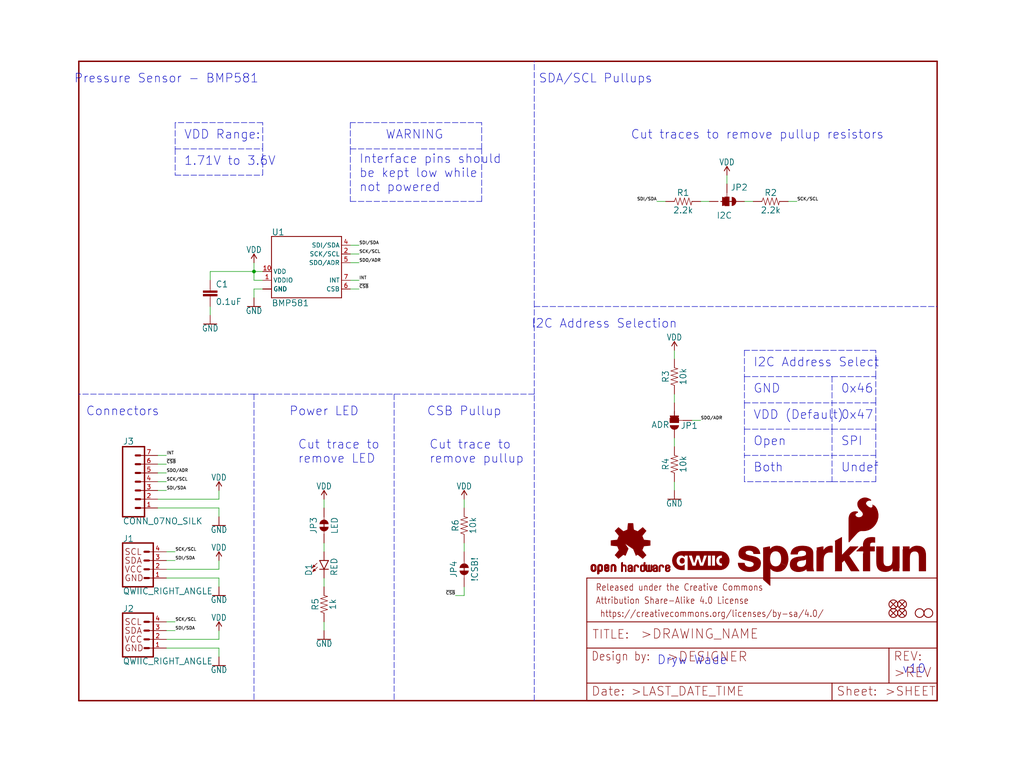
<source format=kicad_sch>
(kicad_sch (version 20211123) (generator eeschema)
  (paper "User" 297.002 223.926)
  (lib_symbols
    (symbol "eagleSchem-eagle-import:0.1UF-0603-25V-(+80{slash}-20%)"
      (property "Reference" "C" (at 1.524 2.921 0))
      (property "Value" "0.1UF-0603-25V-(+80{slash}-20%)" (at 1.524 -2.159 0))
      (symbol "0.1UF-0603-25V-(+80{slash}-20%)_1_0"
        (pin passive line (at 0 5.08 270) (length 2.54) (name "1") (number "1"))
        (pin passive line (at 0 -2.54 90) (length 2.54) (name "2") (number "2"))
      )
    )
    (symbol "eagleSchem-eagle-import:10KOHM-0603-1{slash}10W-1%"
      (property "Reference" "R" (at 0 1.524 0))
      (property "Value" "10KOHM-0603-1{slash}10W-1%" (at 0 -1.524 0))
      (symbol "10KOHM-0603-1{slash}10W-1%_1_0"
        (pin passive line (at -5.08 0 0) (length 2.54) (name "1") (number "1"))
        (pin passive line (at 5.08 0 180) (length 2.54) (name "2") (number "2"))
      )
    )
    (symbol "eagleSchem-eagle-import:1KOHM-0603-1{slash}10W-1%"
      (property "Reference" "R" (at 0 1.524 0))
      (property "Value" "1KOHM-0603-1{slash}10W-1%" (at 0 -1.524 0))
      (symbol "1KOHM-0603-1{slash}10W-1%_1_0"
        (pin passive line (at -5.08 0 0) (length 2.54) (name "1") (number "1"))
        (pin passive line (at 5.08 0 180) (length 2.54) (name "2") (number "2"))
      )
    )
    (symbol "eagleSchem-eagle-import:2.2KOHM-0603-1{slash}10W-1%"
      (property "Reference" "R" (at 0 1.524 0))
      (property "Value" "2.2KOHM-0603-1{slash}10W-1%" (at 0 -1.524 0))
      (symbol "2.2KOHM-0603-1{slash}10W-1%_1_0"
        (pin passive line (at -5.08 0 0) (length 2.54) (name "1") (number "1"))
        (pin passive line (at 5.08 0 180) (length 2.54) (name "2") (number "2"))
      )
    )
    (symbol "eagleSchem-eagle-import:BMP581"
      (property "Reference" "U" (at -10.16 10.414 0))
      (property "Value" "BMP581" (at -10.16 -10.16 0))
      (symbol "BMP581_1_0"
        (pin power_in line (at -12.7 -2.54 0) (length 2.54) (name "VDDIO") (number "1"))
        (pin power_in line (at -12.7 0 0) (length 2.54) (name "VDD") (number "10"))
        (pin bidirectional line (at 12.7 5.08 180) (length 2.54) (name "SCK/SCL") (number "2"))
        (pin power_in line (at -12.7 -5.08 0) (length 2.54) (name "GND") (number "3"))
        (pin bidirectional line (at 12.7 7.62 180) (length 2.54) (name "SDI/SDA") (number "4"))
        (pin bidirectional line (at 12.7 2.54 180) (length 2.54) (name "SDO/ADR") (number "5"))
        (pin input line (at 12.7 -5.08 180) (length 2.54) (name "CSB") (number "6"))
        (pin output line (at 12.7 -2.54 180) (length 2.54) (name "INT") (number "7"))
        (pin power_in line (at -12.7 -5.08 0) (length 2.54) (name "GND") (number "8"))
        (pin power_in line (at -12.7 -5.08 0) (length 2.54) (name "GND") (number "9"))
      )
    )
    (symbol "eagleSchem-eagle-import:CONN_07NO_SILK"
      (property "Reference" "J" (at -5.08 13.208 0))
      (property "Value" "CONN_07NO_SILK" (at -5.08 -9.906 0))
      (symbol "CONN_07NO_SILK_1_0"
        (pin passive line (at 5.08 -5.08 180) (length 5.08) (name "1") (number "1"))
        (pin passive line (at 5.08 -2.54 180) (length 5.08) (name "2") (number "2"))
        (pin passive line (at 5.08 0 180) (length 5.08) (name "3") (number "3"))
        (pin passive line (at 5.08 2.54 180) (length 5.08) (name "4") (number "4"))
        (pin passive line (at 5.08 5.08 180) (length 5.08) (name "5") (number "5"))
        (pin passive line (at 5.08 7.62 180) (length 5.08) (name "6") (number "6"))
        (pin passive line (at 5.08 10.16 180) (length 5.08) (name "7") (number "7"))
      )
    )
    (symbol "eagleSchem-eagle-import:FIDUCIAL1X2")
    (symbol "eagleSchem-eagle-import:FRAME-LETTER"
      (symbol "FRAME-LETTER_2_0"
        (text " https://creativecommons.org/licenses/by-sa/4.0/" (at 2.54 24.13 0) (effects (font (size 1.9304 1.6408)) (justify left bottom)))
        (text ">DESIGNER" (at 23.114 11.176 0) (effects (font (size 2.7432 2.7432)) (justify left bottom)))
        (text ">DRAWING_NAME" (at 15.494 17.78 0) (effects (font (size 2.7432 2.7432)) (justify left bottom)))
        (text ">LAST_DATE_TIME" (at 12.7 1.27 0) (effects (font (size 2.54 2.54)) (justify left bottom)))
        (text ">REV" (at 88.9 6.604 0) (effects (font (size 2.7432 2.7432)) (justify left bottom)))
        (text ">SHEET" (at 86.36 1.27 0) (effects (font (size 2.54 2.54)) (justify left bottom)))
        (text "Attribution Share-Alike 4.0 License" (at 2.54 27.94 0) (effects (font (size 1.9304 1.6408)) (justify left bottom)))
        (text "Date:" (at 1.27 1.27 0) (effects (font (size 2.54 2.54)) (justify left bottom)))
        (text "Design by:" (at 1.27 11.43 0) (effects (font (size 2.54 2.159)) (justify left bottom)))
        (text "Released under the Creative Commons" (at 2.54 31.75 0) (effects (font (size 1.9304 1.6408)) (justify left bottom)))
        (text "REV:" (at 88.9 11.43 0) (effects (font (size 2.54 2.54)) (justify left bottom)))
        (text "Sheet:" (at 72.39 1.27 0) (effects (font (size 2.54 2.54)) (justify left bottom)))
        (text "TITLE:" (at 1.524 17.78 0) (effects (font (size 2.54 2.54)) (justify left bottom)))
      )
    )
    (symbol "eagleSchem-eagle-import:GND" (power)
      (property "Value" "GND" (at 0 -0.254 0))
      (symbol "GND_1_0"
        (pin power_in line (at 0 2.54 270) (length 2.54) (name "GND") (number "1"))
      )
    )
    (symbol "eagleSchem-eagle-import:JUMPER-SMT_2_NC_TRACE_SILK"
      (property "Reference" "JP" (at 0 3.048 0))
      (property "Value" "JUMPER-SMT_2_NC_TRACE_SILK" (at 0 -3.048 0))
      (symbol "JUMPER-SMT_2_NC_TRACE_SILK_1_0"
        (pin passive line (at -5.08 0 0) (length 2.54) (name "1") (number "1"))
        (pin passive line (at 5.08 0 180) (length 2.54) (name "2") (number "2"))
      )
    )
    (symbol "eagleSchem-eagle-import:JUMPER-SMT_3_1-NC_TRACE_SILK"
      (property "Reference" "JP" (at 5.842 1.524 0))
      (property "Value" "JUMPER-SMT_3_1-NC_TRACE_SILK" (at 6.604 -1.27 0))
      (symbol "JUMPER-SMT_3_1-NC_TRACE_SILK_1_0"
        (pin passive line (at 0 5.08 270) (length 2.54) (name "1") (number "1"))
        (pin passive line (at -5.08 0 0) (length 2.54) (name "2") (number "2"))
        (pin passive line (at 0 -5.08 90) (length 2.54) (name "3") (number "3"))
      )
    )
    (symbol "eagleSchem-eagle-import:JUMPER-SMT_3_2-NC_TRACE_SILK"
      (property "Reference" "JP" (at 6.096 1.524 0))
      (property "Value" "JUMPER-SMT_3_2-NC_TRACE_SILK" (at 6.858 -1.524 0))
      (symbol "JUMPER-SMT_3_2-NC_TRACE_SILK_1_0"
        (pin passive line (at 0 5.08 270) (length 2.54) (name "1") (number "1"))
        (pin passive line (at -5.08 0 0) (length 2.54) (name "2") (number "2"))
        (pin passive line (at 0 -5.08 90) (length 2.54) (name "3") (number "3"))
      )
    )
    (symbol "eagleSchem-eagle-import:LED-RED0603"
      (property "Reference" "D" (at -3.429 -4.572 90))
      (property "Value" "LED-RED0603" (at 1.905 -4.572 90))
      (symbol "LED-RED0603_1_0"
        (pin passive line (at 0 2.54 270) (length 2.54) (name "A") (number "A"))
        (pin passive line (at 0 -5.08 90) (length 2.54) (name "C") (number "C"))
      )
    )
    (symbol "eagleSchem-eagle-import:OSHW-LOGOS")
    (symbol "eagleSchem-eagle-import:QWIIC_CONNECTORJS-1MM"
      (property "Reference" "J" (at -5.08 7.874 0))
      (property "Value" "QWIIC_CONNECTORJS-1MM" (at -5.08 -5.334 0))
      (symbol "QWIIC_CONNECTORJS-1MM_1_0"
        (text "GND" (at -4.572 -2.54 0) (effects (font (size 1.778 1.778)) (justify left)))
        (text "SCL" (at -4.572 5.08 0) (effects (font (size 1.778 1.778)) (justify left)))
        (text "SDA" (at -4.572 2.54 0) (effects (font (size 1.778 1.778)) (justify left)))
        (text "VCC" (at -4.572 0 0) (effects (font (size 1.778 1.778)) (justify left)))
        (pin power_in line (at 7.62 -2.54 180) (length 5.08) (name "1") (number "1"))
        (pin power_in line (at 7.62 0 180) (length 5.08) (name "2") (number "2"))
        (pin passive line (at 7.62 2.54 180) (length 5.08) (name "3") (number "3"))
        (pin passive line (at 7.62 5.08 180) (length 5.08) (name "4") (number "4"))
      )
    )
    (symbol "eagleSchem-eagle-import:QWIIC_LOGO_5MM")
    (symbol "eagleSchem-eagle-import:SFE_LOGO_FLAME.2_INCH")
    (symbol "eagleSchem-eagle-import:SFE_LOGO_NAME_FLAME.1_INCH")
    (symbol "eagleSchem-eagle-import:STAND-OFF")
    (symbol "eagleSchem-eagle-import:VDD" (power)
      (property "Value" "VDD" (at 0 2.794 0))
      (symbol "VDD_1_0"
        (pin power_in line (at 0 0 90) (length 2.54) (name "VDD") (number "1"))
      )
    )
  )
  (junction (at 73.66 78.74))
  (wire (pts (xy 60.96 81.28) (xy 60.96 78.74)))
  (wire (pts (xy 195.58 104.14) (xy 195.58 101.6)))
  (polyline (pts (xy 76.2 35.56) (xy 50.8 35.56)))
  (wire (pts (xy 48.26 162.56) (xy 50.8 162.56)))
  (polyline (pts (xy 154.94 88.9) (xy 154.94 17.78)))
  (wire (pts (xy 76.2 81.28) (xy 73.66 81.28)))
  (wire (pts (xy 45.72 134.62) (xy 48.26 134.62)))
  (wire (pts (xy 73.66 83.82) (xy 73.66 86.36)))
  (wire (pts (xy 101.6 71.12) (xy 104.14 71.12)))
  (wire (pts (xy 73.66 78.74) (xy 73.66 76.2)))
  (wire (pts (xy 63.5 144.78) (xy 63.5 142.24)))
  (polyline (pts (xy 215.9 116.84) (xy 215.9 124.46)))
  (wire (pts (xy 48.26 180.34) (xy 50.8 180.34)))
  (wire (pts (xy 48.26 185.42) (xy 63.5 185.42)))
  (wire (pts (xy 45.72 137.16) (xy 48.26 137.16)))
  (polyline (pts (xy 139.7 35.56) (xy 101.6 35.56)))
  (polyline (pts (xy 215.9 109.22) (xy 241.3 109.22)))
  (polyline (pts (xy 241.3 109.22) (xy 254 109.22)))
  (wire (pts (xy 210.82 53.34) (xy 210.82 50.8)))
  (polyline (pts (xy 101.6 43.18) (xy 139.7 43.18)))
  (wire (pts (xy 93.98 167.64) (xy 93.98 170.18)))
  (polyline (pts (xy 254 132.08) (xy 254 124.46)))
  (wire (pts (xy 63.5 167.64) (xy 63.5 170.18)))
  (polyline (pts (xy 76.2 43.18) (xy 76.2 35.56)))
  (wire (pts (xy 134.62 172.72) (xy 134.62 170.18)))
  (polyline (pts (xy 154.94 203.2) (xy 154.94 114.3)))
  (polyline (pts (xy 254 124.46) (xy 254 116.84)))
  (wire (pts (xy 48.26 165.1) (xy 63.5 165.1)))
  (polyline (pts (xy 215.9 101.6) (xy 215.9 109.22)))
  (polyline (pts (xy 101.6 43.18) (xy 101.6 58.42)))
  (wire (pts (xy 63.5 185.42) (xy 63.5 182.88)))
  (polyline (pts (xy 215.9 116.84) (xy 254 116.84)))
  (polyline (pts (xy 241.3 124.46) (xy 254 124.46)))
  (wire (pts (xy 63.5 187.96) (xy 63.5 190.5)))
  (polyline (pts (xy 215.9 132.08) (xy 254 132.08)))
  (polyline (pts (xy 50.8 43.18) (xy 50.8 50.8)))
  (wire (pts (xy 93.98 147.32) (xy 93.98 144.78)))
  (polyline (pts (xy 215.9 124.46) (xy 241.3 124.46)))
  (wire (pts (xy 134.62 172.72) (xy 132.08 172.72)))
  (polyline (pts (xy 76.2 50.8) (xy 76.2 43.18)))
  (wire (pts (xy 48.26 187.96) (xy 63.5 187.96)))
  (polyline (pts (xy 139.7 43.18) (xy 139.7 35.56)))
  (wire (pts (xy 63.5 147.32) (xy 63.5 149.86)))
  (polyline (pts (xy 254 109.22) (xy 254 101.6)))
  (polyline (pts (xy 139.7 58.42) (xy 139.7 43.18)))
  (polyline (pts (xy 215.9 139.7) (xy 215.9 132.08)))
  (polyline (pts (xy 241.3 139.7) (xy 215.9 139.7)))
  (wire (pts (xy 45.72 144.78) (xy 63.5 144.78)))
  (wire (pts (xy 228.6 58.42) (xy 231.14 58.42)))
  (polyline (pts (xy 241.3 139.7) (xy 254 139.7)))
  (wire (pts (xy 101.6 76.2) (xy 104.14 76.2)))
  (polyline (pts (xy 154.94 88.9) (xy 271.78 88.9)))
  (polyline (pts (xy 101.6 35.56) (xy 101.6 43.18)))
  (wire (pts (xy 134.62 147.32) (xy 134.62 144.78)))
  (wire (pts (xy 134.62 160.02) (xy 134.62 157.48)))
  (wire (pts (xy 195.58 127) (xy 195.58 129.54)))
  (wire (pts (xy 45.72 142.24) (xy 48.26 142.24)))
  (polyline (pts (xy 254 139.7) (xy 254 132.08)))
  (polyline (pts (xy 101.6 58.42) (xy 139.7 58.42)))
  (wire (pts (xy 101.6 81.28) (xy 104.14 81.28)))
  (polyline (pts (xy 73.66 114.3) (xy 22.86 114.3)))
  (wire (pts (xy 76.2 83.82) (xy 73.66 83.82)))
  (wire (pts (xy 63.5 165.1) (xy 63.5 162.56)))
  (wire (pts (xy 45.72 139.7) (xy 48.26 139.7)))
  (polyline (pts (xy 215.9 124.46) (xy 215.9 132.08)))
  (wire (pts (xy 45.72 147.32) (xy 63.5 147.32)))
  (polyline (pts (xy 241.3 124.46) (xy 241.3 139.7)))
  (wire (pts (xy 190.5 58.42) (xy 193.04 58.42)))
  (polyline (pts (xy 254 101.6) (xy 215.9 101.6)))
  (polyline (pts (xy 154.94 114.3) (xy 73.66 114.3)))
  (wire (pts (xy 76.2 78.74) (xy 73.66 78.74)))
  (polyline (pts (xy 50.8 43.18) (xy 76.2 43.18)))
  (wire (pts (xy 60.96 78.74) (xy 73.66 78.74)))
  (polyline (pts (xy 241.3 109.22) (xy 241.3 124.46)))
  (polyline (pts (xy 154.94 114.3) (xy 154.94 88.9)))
  (wire (pts (xy 200.66 121.92) (xy 203.2 121.92)))
  (wire (pts (xy 93.98 182.88) (xy 93.98 180.34)))
  (wire (pts (xy 101.6 73.66) (xy 104.14 73.66)))
  (wire (pts (xy 101.6 83.82) (xy 104.14 83.82)))
  (polyline (pts (xy 114.3 114.3) (xy 114.3 203.2)))
  (wire (pts (xy 60.96 91.44) (xy 60.96 88.9)))
  (wire (pts (xy 48.26 167.64) (xy 63.5 167.64)))
  (wire (pts (xy 48.26 160.02) (xy 50.8 160.02)))
  (wire (pts (xy 48.26 182.88) (xy 50.8 182.88)))
  (wire (pts (xy 45.72 132.08) (xy 48.26 132.08)))
  (polyline (pts (xy 254 116.84) (xy 254 109.22)))
  (wire (pts (xy 195.58 142.24) (xy 195.58 139.7)))
  (wire (pts (xy 73.66 81.28) (xy 73.66 78.74)))
  (polyline (pts (xy 50.8 50.8) (xy 76.2 50.8)))
  (wire (pts (xy 195.58 116.84) (xy 195.58 114.3)))
  (polyline (pts (xy 73.66 114.3) (xy 73.66 203.2)))
  (polyline (pts (xy 215.9 109.22) (xy 215.9 116.84)))
  (polyline (pts (xy 50.8 35.56) (xy 50.8 43.18)))
  (wire (pts (xy 205.74 58.42) (xy 203.2 58.42)))
  (wire (pts (xy 218.44 58.42) (xy 215.9 58.42)))
  (wire (pts (xy 93.98 157.48) (xy 93.98 160.02)))
  (text "v10" (at 261.62 195.58 180) (effects (font (size 2.54 2.54)) (justify left bottom)))
  (text "1.71V to 3.6V" (at 53.34 48.26 180) (effects (font (size 2.54 2.54)) (justify left bottom)))
  (text "WARNING" (at 111.76 40.64 180) (effects (font (size 2.54 2.54)) (justify left bottom)))
  (text "I2C Address Select" (at 218.44 106.68 180) (effects (font (size 2.54 2.54)) (justify left bottom)))
  (text "0x46" (at 243.84 114.3 180) (effects (font (size 2.54 2.54)) (justify left bottom)))
  (text "Pressure Sensor - BMP581" (at 48.26 22.86 180) (effects (font (size 2.54 2.54))))
  (text "SDA/SCL Pullups" (at 172.72 22.86 180) (effects (font (size 2.54 2.54))))
  (text "I2C Address Selection" (at 175.26 93.98 180) (effects (font (size 2.54 2.54))))
  (text "Connectors" (at 35.56 119.38 180) (effects (font (size 2.54 2.54))))
  (text "0x47" (at 243.84 121.92 180) (effects (font (size 2.54 2.54)) (justify left bottom)))
  (text "Power LED" (at 93.98 119.38 180) (effects (font (size 2.54 2.54))))
  (text "Open" (at 218.44 129.54 180) (effects (font (size 2.54 2.54)) (justify left bottom)))
  (text "GND" (at 218.44 114.3 180) (effects (font (size 2.54 2.54)) (justify left bottom)))
  (text "VDD (Default)" (at 218.44 121.92 180) (effects (font (size 2.54 2.54)) (justify left bottom)))
  (text "Dryw Wade" (at 190.5 193.04 180) (effects (font (size 2.54 2.54)) (justify left bottom)))
  (text "Cut trace to\nremove pullup" (at 124.46 134.62 180) (effects (font (size 2.54 2.54)) (justify left bottom)))
  (text "SPI" (at 243.84 129.54 180) (effects (font (size 2.54 2.54)) (justify left bottom)))
  (text "CSB Pullup" (at 134.62 119.38 180) (effects (font (size 2.54 2.54))))
  (text "VDD Range:" (at 53.34 40.64 180) (effects (font (size 2.54 2.54)) (justify left bottom)))
  (text "Cut traces to remove pullup resistors" (at 182.88 40.64 180) (effects (font (size 2.54 2.54)) (justify left bottom)))
  (text "Undef" (at 243.84 137.16 180) (effects (font (size 2.54 2.54)) (justify left bottom)))
  (text "Cut trace to\nremove LED" (at 86.36 134.62 180) (effects (font (size 2.54 2.54)) (justify left bottom)))
  (text "Interface pins should\nbe kept low while\nnot powered~{}" (at 104.14 55.88 0) (effects (font (size 2.54 2.54)) (justify left bottom)))
  (text "Both" (at 218.44 137.16 180) (effects (font (size 2.54 2.54)) (justify left bottom)))
  (label "~{CSB}" (at 48.26 134.62 0) (effects (font (size 0.889 0.889))))
  (label "SCK/SCL" (at 50.8 180.34 0) (effects (font (size 0.889 0.889))))
  (label "INT" (at 48.26 132.08 0) (effects (font (size 0.889 0.889))))
  (label "INT" (at 104.14 81.28 0) (effects (font (size 0.889 0.889))))
  (label "SDI/SDA" (at 50.8 162.56 0) (effects (font (size 0.889 0.889))))
  (label "SCK/SCL" (at 104.14 73.66 0) (effects (font (size 0.889 0.889))))
  (label "SDI/SDA" (at 48.26 142.24 0) (effects (font (size 0.889 0.889))))
  (label "SDI/SDA" (at 50.8 182.88 0) (effects (font (size 0.889 0.889))))
  (label "SCK/SCL" (at 48.26 139.7 0) (effects (font (size 0.889 0.889))))
  (label "SCK/SCL" (at 50.8 160.02 0) (effects (font (size 0.889 0.889))))
  (label "~{CSB}" (at 104.14 83.82 0) (effects (font (size 0.889 0.889))))
  (label "SCK/SCL" (at 231.14 58.42 0) (effects (font (size 0.889 0.889))))
  (label "SDO/ADR" (at 104.14 76.2 0) (effects (font (size 0.889 0.889))))
  (label "SDO/ADR" (at 48.26 137.16 0) (effects (font (size 0.889 0.889))))
  (label "SDI/SDA" (at 104.14 71.12 0) (effects (font (size 0.889 0.889))))
  (label "SDI/SDA" (at 190.5 58.42 180) (effects (font (size 0.889 0.889))))
  (label "~{CSB}" (at 132.08 172.72 180) (effects (font (size 0.889 0.889))))
  (label "SDO/ADR" (at 203.2 121.92 0) (effects (font (size 0.889 0.889))))
  (symbol (lib_id "eagleSchem-eagle-import:VDD") (at 63.5 162.56 0) (unit 1)
    (property "Reference" "#SUPPLY2" (effects hide))
    (property "Value" "VDD" (at 63.5 159.766 0) (effects (font (size 1.778 1.5113)) (justify bottom)))
    (property "Footprint" "eagleSchem:" (effects hide))
  )
  (symbol (lib_id "eagleSchem-eagle-import:SFE_LOGO_FLAME.2_INCH") (at 245.872 157.734 0) (unit 1)
    (property "Reference" "LOGO2" (effects hide))
    (property "Value" "SFE_LOGO_FLAME.2_INCH" (effects hide))
    (property "Footprint" "eagleSchem:SFE_LOGO_FLAME_.2" (effects hide))
  )
  (symbol (lib_id "eagleSchem-eagle-import:QWIIC_LOGO_5MM") (at 203.2 162.56 0) (unit 1)
    (property "Reference" "LOGO3" (effects hide))
    (property "Value" "QWIIC_LOGO_5MM" (effects hide))
    (property "Footprint" "eagleSchem:QWIIC_5MM" (effects hide))
  )
  (symbol (lib_id "eagleSchem-eagle-import:GND") (at 195.58 144.78 0) (unit 1)
    (property "Reference" "#GND6" (effects hide))
    (property "Value" "GND" (at 195.58 145.034 0) (effects (font (size 1.778 1.5113)) (justify top)))
    (property "Footprint" "eagleSchem:" (effects hide))
  )
  (symbol (lib_id "eagleSchem-eagle-import:VDD") (at 63.5 142.24 0) (unit 1)
    (property "Reference" "#SUPPLY6" (effects hide))
    (property "Value" "VDD" (at 63.5 139.446 0) (effects (font (size 1.778 1.5113)) (justify bottom)))
    (property "Footprint" "eagleSchem:" (effects hide))
  )
  (symbol (lib_id "eagleSchem-eagle-import:SFE_LOGO_NAME_FLAME.1_INCH") (at 213.36 170.18 0) (unit 1)
    (property "Reference" "LOGO4" (effects hide))
    (property "Value" "SFE_LOGO_NAME_FLAME.1_INCH" (effects hide))
    (property "Footprint" "eagleSchem:SFE_LOGO_NAME_FLAME_.1" (effects hide))
  )
  (symbol (lib_id "eagleSchem-eagle-import:GND") (at 60.96 93.98 0) (unit 1)
    (property "Reference" "#GND4" (effects hide))
    (property "Value" "GND" (at 60.96 94.234 0) (effects (font (size 1.778 1.5113)) (justify top)))
    (property "Footprint" "eagleSchem:" (effects hide))
  )
  (symbol (lib_id "eagleSchem-eagle-import:LED-RED0603") (at 93.98 162.56 0) (unit 1)
    (property "Reference" "D1" (at 90.551 167.132 90) (effects (font (size 1.778 1.778)) (justify left bottom)))
    (property "Value" "RED" (at 95.885 167.132 90) (effects (font (size 1.778 1.778)) (justify left top)))
    (property "Footprint" "eagleSchem:LED-0603" (effects hide))
  )
  (symbol (lib_id "eagleSchem-eagle-import:VDD") (at 63.5 182.88 0) (unit 1)
    (property "Reference" "#SUPPLY3" (effects hide))
    (property "Value" "VDD" (at 63.5 180.086 0) (effects (font (size 1.778 1.5113)) (justify bottom)))
    (property "Footprint" "eagleSchem:" (effects hide))
  )
  (symbol (lib_id "eagleSchem-eagle-import:JUMPER-SMT_3_2-NC_TRACE_SILK") (at 210.82 58.42 270) (unit 1)
    (property "Reference" "JP2" (at 214.376 54.356 90) (effects (font (size 1.778 1.778))))
    (property "Value" "I2C" (at 210.058 62.484 90) (effects (font (size 1.778 1.778))))
    (property "Footprint" "eagleSchem:SMT-JUMPER_3_2-NC_TRACE_SILK" (effects hide))
  )
  (symbol (lib_id "eagleSchem-eagle-import:FRAME-LETTER") (at 170.18 203.2 0) (unit 2)
    (property "Reference" "FRAME1" (effects hide))
    (property "Value" "FRAME-LETTER" (effects hide))
    (property "Footprint" "eagleSchem:CREATIVE_COMMONS" (effects hide))
  )
  (symbol (lib_id "eagleSchem-eagle-import:GND") (at 93.98 185.42 0) (unit 1)
    (property "Reference" "#GND7" (effects hide))
    (property "Value" "GND" (at 93.98 185.674 0) (effects (font (size 1.778 1.5113)) (justify top)))
    (property "Footprint" "eagleSchem:" (effects hide))
  )
  (symbol (lib_id "eagleSchem-eagle-import:GND") (at 63.5 152.4 0) (unit 1)
    (property "Reference" "#GND5" (effects hide))
    (property "Value" "GND" (at 63.5 152.654 0) (effects (font (size 1.778 1.5113)) (justify top)))
    (property "Footprint" "eagleSchem:" (effects hide))
  )
  (symbol (lib_id "eagleSchem-eagle-import:QWIIC_CONNECTORJS-1MM") (at 40.64 165.1 0) (unit 1)
    (property "Reference" "J1" (at 35.56 157.226 0) (effects (font (size 1.778 1.778)) (justify left bottom)))
    (property "Value" "QWIIC_RIGHT_ANGLE" (at 35.56 170.434 0) (effects (font (size 1.778 1.778)) (justify left top)))
    (property "Footprint" "eagleSchem:JST04_1MM_RA" (effects hide))
  )
  (symbol (lib_id "eagleSchem-eagle-import:10KOHM-0603-1{slash}10W-1%") (at 134.62 152.4 90) (unit 1)
    (property "Reference" "R6" (at 133.096 152.4 0) (effects (font (size 1.778 1.778)) (justify bottom)))
    (property "Value" "10k" (at 136.144 152.4 0) (effects (font (size 1.778 1.778)) (justify top)))
    (property "Footprint" "eagleSchem:0603" (effects hide))
  )
  (symbol (lib_id "eagleSchem-eagle-import:FIDUCIAL1X2") (at 261.62 177.8 0) (unit 1)
    (property "Reference" "FD1" (effects hide))
    (property "Value" "FIDUCIAL1X2" (effects hide))
    (property "Footprint" "eagleSchem:FIDUCIAL-1X2" (effects hide))
  )
  (symbol (lib_id "eagleSchem-eagle-import:GND") (at 63.5 172.72 0) (unit 1)
    (property "Reference" "#GND2" (effects hide))
    (property "Value" "GND" (at 63.5 172.974 0) (effects (font (size 1.778 1.5113)) (justify top)))
    (property "Footprint" "eagleSchem:" (effects hide))
  )
  (symbol (lib_id "eagleSchem-eagle-import:1KOHM-0603-1{slash}10W-1%") (at 93.98 175.26 90) (unit 1)
    (property "Reference" "R5" (at 92.456 175.26 0) (effects (font (size 1.778 1.778)) (justify bottom)))
    (property "Value" "1k" (at 95.504 175.26 0) (effects (font (size 1.778 1.778)) (justify top)))
    (property "Footprint" "eagleSchem:0603" (effects hide))
  )
  (symbol (lib_id "eagleSchem-eagle-import:10KOHM-0603-1{slash}10W-1%") (at 195.58 109.22 90) (unit 1)
    (property "Reference" "R3" (at 194.056 109.22 0) (effects (font (size 1.778 1.778)) (justify bottom)))
    (property "Value" "10k" (at 197.104 109.22 0) (effects (font (size 1.778 1.778)) (justify top)))
    (property "Footprint" "eagleSchem:0603" (effects hide))
  )
  (symbol (lib_id "eagleSchem-eagle-import:GND") (at 73.66 88.9 0) (unit 1)
    (property "Reference" "#GND1" (effects hide))
    (property "Value" "GND" (at 73.66 89.154 0) (effects (font (size 1.778 1.5113)) (justify top)))
    (property "Footprint" "eagleSchem:" (effects hide))
  )
  (symbol (lib_id "eagleSchem-eagle-import:FRAME-LETTER") (at 22.86 203.2 0) (unit 1)
    (property "Reference" "FRAME1" (effects hide))
    (property "Value" "FRAME-LETTER" (effects hide))
    (property "Footprint" "eagleSchem:CREATIVE_COMMONS" (effects hide))
  )
  (symbol (lib_id "eagleSchem-eagle-import:VDD") (at 210.82 50.8 0) (unit 1)
    (property "Reference" "#SUPPLY5" (effects hide))
    (property "Value" "VDD" (at 210.82 48.006 0) (effects (font (size 1.778 1.5113)) (justify bottom)))
    (property "Footprint" "eagleSchem:" (effects hide))
  )
  (symbol (lib_id "eagleSchem-eagle-import:FIDUCIAL1X2") (at 259.08 175.26 0) (unit 1)
    (property "Reference" "FD3" (effects hide))
    (property "Value" "FIDUCIAL1X2" (effects hide))
    (property "Footprint" "eagleSchem:FIDUCIAL-1X2" (effects hide))
  )
  (symbol (lib_id "eagleSchem-eagle-import:QWIIC_CONNECTORJS-1MM") (at 40.64 185.42 0) (unit 1)
    (property "Reference" "J2" (at 35.56 177.546 0) (effects (font (size 1.778 1.778)) (justify left bottom)))
    (property "Value" "QWIIC_RIGHT_ANGLE" (at 35.56 190.754 0) (effects (font (size 1.778 1.778)) (justify left top)))
    (property "Footprint" "eagleSchem:JST04_1MM_RA" (effects hide))
  )
  (symbol (lib_id "eagleSchem-eagle-import:STAND-OFF") (at 266.7 177.8 0) (unit 1)
    (property "Reference" "H2" (effects hide))
    (property "Value" "STAND-OFF" (effects hide))
    (property "Footprint" "eagleSchem:STAND-OFF" (effects hide))
  )
  (symbol (lib_id "eagleSchem-eagle-import:JUMPER-SMT_3_1-NC_TRACE_SILK") (at 195.58 121.92 180) (unit 1)
    (property "Reference" "JP1" (at 199.898 123.444 0) (effects (font (size 1.778 1.778))))
    (property "Value" "ADR" (at 191.516 123.19 0) (effects (font (size 1.778 1.778))))
    (property "Footprint" "eagleSchem:SMT-JUMPER_3_1-NC_TRACE_SILK" (effects hide))
  )
  (symbol (lib_id "eagleSchem-eagle-import:JUMPER-SMT_2_NC_TRACE_SILK") (at 93.98 152.4 90) (unit 1)
    (property "Reference" "JP3" (at 90.932 152.4 0) (effects (font (size 1.778 1.778))))
    (property "Value" "LED" (at 97.028 152.4 0) (effects (font (size 1.778 1.778))))
    (property "Footprint" "eagleSchem:SMT-JUMPER_2_NC_TRACE_SILK" (effects hide))
  )
  (symbol (lib_id "eagleSchem-eagle-import:OSHW-LOGOS") (at 182.88 157.48 0) (unit 1)
    (property "Reference" "LOGO1" (effects hide))
    (property "Value" "OSHW-LOGOS" (effects hide))
    (property "Footprint" "eagleSchem:OSHW-LOGO-S" (effects hide))
  )
  (symbol (lib_id "eagleSchem-eagle-import:GND") (at 63.5 193.04 0) (unit 1)
    (property "Reference" "#GND3" (effects hide))
    (property "Value" "GND" (at 63.5 193.294 0) (effects (font (size 1.778 1.5113)) (justify top)))
    (property "Footprint" "eagleSchem:" (effects hide))
  )
  (symbol (lib_id "eagleSchem-eagle-import:CONN_07NO_SILK") (at 40.64 142.24 0) (unit 1)
    (property "Reference" "J3" (at 35.56 129.032 0) (effects (font (size 1.778 1.778)) (justify left bottom)))
    (property "Value" "CONN_07NO_SILK" (at 35.56 152.146 0) (effects (font (size 1.778 1.778)) (justify left bottom)))
    (property "Footprint" "eagleSchem:1X07_NO_SILK" (effects hide))
  )
  (symbol (lib_id "eagleSchem-eagle-import:BMP581") (at 88.9 78.74 0) (unit 1)
    (property "Reference" "U1" (at 78.74 68.326 0) (effects (font (size 1.778 1.778)) (justify left bottom)))
    (property "Value" "BMP581" (at 78.74 88.9 0) (effects (font (size 1.778 1.778)) (justify left bottom)))
    (property "Footprint" "eagleSchem:BMP581" (effects hide))
  )
  (symbol (lib_id "eagleSchem-eagle-import:FIDUCIAL1X2") (at 259.08 177.8 0) (unit 1)
    (property "Reference" "FD2" (effects hide))
    (property "Value" "FIDUCIAL1X2" (effects hide))
    (property "Footprint" "eagleSchem:FIDUCIAL-1X2" (effects hide))
  )
  (symbol (lib_id "eagleSchem-eagle-import:VDD") (at 134.62 144.78 0) (unit 1)
    (property "Reference" "#SUPPLY8" (effects hide))
    (property "Value" "VDD" (at 134.62 141.986 0) (effects (font (size 1.778 1.5113)) (justify bottom)))
    (property "Footprint" "eagleSchem:" (effects hide))
  )
  (symbol (lib_id "eagleSchem-eagle-import:STAND-OFF") (at 269.24 177.8 0) (unit 1)
    (property "Reference" "H1" (effects hide))
    (property "Value" "STAND-OFF" (effects hide))
    (property "Footprint" "eagleSchem:STAND-OFF" (effects hide))
  )
  (symbol (lib_id "eagleSchem-eagle-import:VDD") (at 195.58 101.6 0) (unit 1)
    (property "Reference" "#SUPPLY7" (effects hide))
    (property "Value" "VDD" (at 195.58 98.806 0) (effects (font (size 1.778 1.5113)) (justify bottom)))
    (property "Footprint" "eagleSchem:" (effects hide))
  )
  (symbol (lib_id "eagleSchem-eagle-import:VDD") (at 93.98 144.78 0) (unit 1)
    (property "Reference" "#SUPPLY4" (effects hide))
    (property "Value" "VDD" (at 93.98 141.986 0) (effects (font (size 1.778 1.5113)) (justify bottom)))
    (property "Footprint" "eagleSchem:" (effects hide))
  )
  (symbol (lib_id "eagleSchem-eagle-import:0.1UF-0603-25V-(+80{slash}-20%)") (at 60.96 86.36 0) (unit 1)
    (property "Reference" "C1" (at 62.484 83.439 0) (effects (font (size 1.778 1.778)) (justify left bottom)))
    (property "Value" "0.1uF" (at 62.484 88.519 0) (effects (font (size 1.778 1.778)) (justify left bottom)))
    (property "Footprint" "eagleSchem:0603" (effects hide))
  )
  (symbol (lib_id "eagleSchem-eagle-import:2.2KOHM-0603-1{slash}10W-1%") (at 198.12 58.42 0) (unit 1)
    (property "Reference" "R1" (at 198.12 56.896 0) (effects (font (size 1.778 1.778)) (justify bottom)))
    (property "Value" "2.2k" (at 198.12 59.944 0) (effects (font (size 1.778 1.778)) (justify top)))
    (property "Footprint" "eagleSchem:0603" (effects hide))
  )
  (symbol (lib_id "eagleSchem-eagle-import:JUMPER-SMT_2_NC_TRACE_SILK") (at 134.62 165.1 90) (unit 1)
    (property "Reference" "JP4" (at 131.572 165.1 0) (effects (font (size 1.778 1.778))))
    (property "Value" "!CSB!" (at 137.668 165.1 0) (effects (font (size 1.778 1.778))))
    (property "Footprint" "eagleSchem:SMT-JUMPER_2_NC_TRACE_SILK" (effects hide))
  )
  (symbol (lib_id "eagleSchem-eagle-import:VDD") (at 73.66 76.2 0) (unit 1)
    (property "Reference" "#SUPPLY1" (effects hide))
    (property "Value" "VDD" (at 73.66 73.406 0) (effects (font (size 1.778 1.5113)) (justify bottom)))
    (property "Footprint" "eagleSchem:" (effects hide))
  )
  (symbol (lib_id "eagleSchem-eagle-import:10KOHM-0603-1{slash}10W-1%") (at 195.58 134.62 90) (unit 1)
    (property "Reference" "R4" (at 194.056 134.62 0) (effects (font (size 1.778 1.778)) (justify bottom)))
    (property "Value" "10k" (at 197.104 134.62 0) (effects (font (size 1.778 1.778)) (justify top)))
    (property "Footprint" "eagleSchem:0603" (effects hide))
  )
  (symbol (lib_id "eagleSchem-eagle-import:FIDUCIAL1X2") (at 261.62 175.26 0) (unit 1)
    (property "Reference" "FD4" (effects hide))
    (property "Value" "FIDUCIAL1X2" (effects hide))
    (property "Footprint" "eagleSchem:FIDUCIAL-1X2" (effects hide))
  )
  (symbol (lib_id "eagleSchem-eagle-import:2.2KOHM-0603-1{slash}10W-1%") (at 223.52 58.42 0) (unit 1)
    (property "Reference" "R2" (at 223.52 56.896 0) (effects (font (size 1.778 1.778)) (justify bottom)))
    (property "Value" "2.2k" (at 223.52 59.944 0) (effects (font (size 1.778 1.778)) (justify top)))
    (property "Footprint" "eagleSchem:0603" (effects hide))
  )
)
</source>
